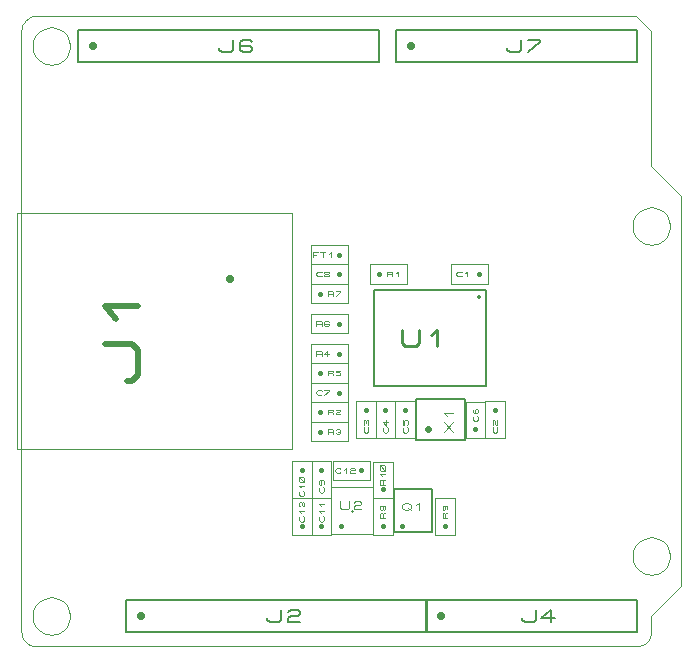
<source format=gbr>
G04 PROTEUS RS274X GERBER FILE*
%FSLAX45Y45*%
%MOMM*%
G01*
%ADD22C,0.025400*%
%ADD24C,0.127000*%
%ADD35C,0.640000*%
%ADD36C,0.177800*%
%ADD25C,0.100000*%
%ADD37C,0.471390*%
%ADD38C,0.315000*%
%ADD39C,0.223260*%
%ADD40C,0.420000*%
%ADD41C,0.067500*%
%ADD42C,0.560000*%
%ADD43C,0.116660*%
%ADD23C,0.400000*%
%ADD44C,0.113280*%
%ADD45C,0.396240*%
%ADD46C,0.103290*%
D22*
X+5492750Y+762000D02*
X+5492220Y+774958D01*
X+5487916Y+800876D01*
X+5478925Y+826794D01*
X+5464280Y+852712D01*
X+5441876Y+878466D01*
X+5415958Y+897958D01*
X+5390040Y+910530D01*
X+5364122Y+917866D01*
X+5338204Y+920694D01*
X+5334000Y+920750D01*
X+5175250Y+762000D02*
X+5175780Y+774958D01*
X+5180084Y+800876D01*
X+5189075Y+826794D01*
X+5203720Y+852712D01*
X+5226124Y+878466D01*
X+5252042Y+897958D01*
X+5277960Y+910530D01*
X+5303878Y+917866D01*
X+5329796Y+920694D01*
X+5334000Y+920750D01*
X+5175250Y+762000D02*
X+5175780Y+749042D01*
X+5180084Y+723124D01*
X+5189075Y+697206D01*
X+5203720Y+671288D01*
X+5226124Y+645534D01*
X+5252042Y+626042D01*
X+5277960Y+613470D01*
X+5303878Y+606134D01*
X+5329796Y+603306D01*
X+5334000Y+603250D01*
X+5492750Y+762000D02*
X+5492220Y+749042D01*
X+5487916Y+723124D01*
X+5478925Y+697206D01*
X+5464280Y+671288D01*
X+5441876Y+645534D01*
X+5415958Y+626042D01*
X+5390040Y+613470D01*
X+5364122Y+606134D01*
X+5338204Y+603306D01*
X+5334000Y+603250D01*
X+5492750Y+3556000D02*
X+5492220Y+3568958D01*
X+5487916Y+3594876D01*
X+5478925Y+3620794D01*
X+5464280Y+3646712D01*
X+5441876Y+3672466D01*
X+5415958Y+3691958D01*
X+5390040Y+3704530D01*
X+5364122Y+3711866D01*
X+5338204Y+3714694D01*
X+5334000Y+3714750D01*
X+5175250Y+3556000D02*
X+5175780Y+3568958D01*
X+5180084Y+3594876D01*
X+5189075Y+3620794D01*
X+5203720Y+3646712D01*
X+5226124Y+3672466D01*
X+5252042Y+3691958D01*
X+5277960Y+3704530D01*
X+5303878Y+3711866D01*
X+5329796Y+3714694D01*
X+5334000Y+3714750D01*
X+5175250Y+3556000D02*
X+5175780Y+3543042D01*
X+5180084Y+3517124D01*
X+5189075Y+3491206D01*
X+5203720Y+3465288D01*
X+5226124Y+3439534D01*
X+5252042Y+3420042D01*
X+5277960Y+3407470D01*
X+5303878Y+3400134D01*
X+5329796Y+3397306D01*
X+5334000Y+3397250D01*
X+5492750Y+3556000D02*
X+5492220Y+3543042D01*
X+5487916Y+3517124D01*
X+5478925Y+3491206D01*
X+5464280Y+3465288D01*
X+5441876Y+3439534D01*
X+5415958Y+3420042D01*
X+5390040Y+3407470D01*
X+5364122Y+3400134D01*
X+5338204Y+3397306D01*
X+5334000Y+3397250D01*
X+412750Y+5080000D02*
X+412220Y+5092958D01*
X+407916Y+5118876D01*
X+398925Y+5144794D01*
X+384280Y+5170712D01*
X+361876Y+5196466D01*
X+335958Y+5215958D01*
X+310040Y+5228530D01*
X+284122Y+5235866D01*
X+258204Y+5238694D01*
X+254000Y+5238750D01*
X+95250Y+5080000D02*
X+95780Y+5092958D01*
X+100084Y+5118876D01*
X+109075Y+5144794D01*
X+123720Y+5170712D01*
X+146124Y+5196466D01*
X+172042Y+5215958D01*
X+197960Y+5228530D01*
X+223878Y+5235866D01*
X+249796Y+5238694D01*
X+254000Y+5238750D01*
X+95250Y+5080000D02*
X+95780Y+5067042D01*
X+100084Y+5041124D01*
X+109075Y+5015206D01*
X+123720Y+4989288D01*
X+146124Y+4963534D01*
X+172042Y+4944042D01*
X+197960Y+4931470D01*
X+223878Y+4924134D01*
X+249796Y+4921306D01*
X+254000Y+4921250D01*
X+412750Y+5080000D02*
X+412220Y+5067042D01*
X+407916Y+5041124D01*
X+398925Y+5015206D01*
X+384280Y+4989288D01*
X+361876Y+4963534D01*
X+335958Y+4944042D01*
X+310040Y+4931470D01*
X+284122Y+4924134D01*
X+258204Y+4921306D01*
X+254000Y+4921250D01*
X+412750Y+254000D02*
X+412220Y+266958D01*
X+407916Y+292876D01*
X+398925Y+318794D01*
X+384280Y+344712D01*
X+361876Y+370466D01*
X+335958Y+389958D01*
X+310040Y+402530D01*
X+284122Y+409866D01*
X+258204Y+412694D01*
X+254000Y+412750D01*
X+95250Y+254000D02*
X+95780Y+266958D01*
X+100084Y+292876D01*
X+109075Y+318794D01*
X+123720Y+344712D01*
X+146124Y+370466D01*
X+172042Y+389958D01*
X+197960Y+402530D01*
X+223878Y+409866D01*
X+249796Y+412694D01*
X+254000Y+412750D01*
X+95250Y+254000D02*
X+95780Y+241042D01*
X+100084Y+215124D01*
X+109075Y+189206D01*
X+123720Y+163288D01*
X+146124Y+137534D01*
X+172042Y+118042D01*
X+197960Y+105470D01*
X+223878Y+98134D01*
X+249796Y+95306D01*
X+254000Y+95250D01*
X+412750Y+254000D02*
X+412220Y+241042D01*
X+407916Y+215124D01*
X+398925Y+189206D01*
X+384280Y+163288D01*
X+361876Y+137534D01*
X+335958Y+118042D01*
X+310040Y+105470D01*
X+284122Y+98134D01*
X+258204Y+95306D01*
X+254000Y+95250D01*
X+0Y+127000D02*
X+2527Y+101032D01*
X+9798Y+77018D01*
X+21348Y+55423D01*
X+36711Y+36711D01*
X+55423Y+21347D01*
X+77018Y+9798D01*
X+101032Y+2527D01*
X+127000Y+0D01*
X+5207000Y+0D01*
X+5232967Y+2527D01*
X+5256981Y+9798D01*
X+5278577Y+21347D01*
X+5297289Y+36711D01*
X+5312652Y+55423D01*
X+5324202Y+77018D01*
X+5331473Y+101032D01*
X+5334000Y+127000D01*
X+5334000Y+254000D01*
X+5588000Y+508000D01*
X+5588000Y+3810000D01*
X+5334000Y+4064000D01*
X+5334000Y+5207000D01*
X+5207000Y+5334000D01*
X+127000Y+5334000D01*
X+101032Y+5331473D01*
X+77018Y+5324202D01*
X+55423Y+5312652D01*
X+36711Y+5297289D01*
X+21348Y+5278577D01*
X+9798Y+5256981D01*
X+2527Y+5232967D01*
X+0Y+5207000D01*
X+0Y+127000D01*
D24*
X+882650Y+120650D02*
X+3435350Y+120650D01*
X+3435350Y+387350D01*
X+882650Y+387350D01*
X+882650Y+120650D01*
D35*
X+1016000Y+254000D02*
X+1016000Y+254000D01*
D36*
X+2081655Y+236220D02*
X+2081655Y+218440D01*
X+2101657Y+200660D01*
X+2181667Y+200660D01*
X+2201670Y+218440D01*
X+2201670Y+307340D01*
X+2261677Y+289560D02*
X+2281680Y+307340D01*
X+2341687Y+307340D01*
X+2361690Y+289560D01*
X+2361690Y+271780D01*
X+2341687Y+254000D01*
X+2281680Y+254000D01*
X+2261677Y+236220D01*
X+2261677Y+200660D01*
X+2361690Y+200660D01*
D24*
X+3422650Y+120650D02*
X+5213350Y+120650D01*
X+5213350Y+387350D01*
X+3422650Y+387350D01*
X+3422650Y+120650D01*
D35*
X+3556000Y+254000D02*
X+3556000Y+254000D01*
D36*
X+4240655Y+236220D02*
X+4240655Y+218440D01*
X+4260657Y+200660D01*
X+4340667Y+200660D01*
X+4360670Y+218440D01*
X+4360670Y+307340D01*
X+4520690Y+236220D02*
X+4400675Y+236220D01*
X+4480685Y+307340D01*
X+4480685Y+200660D01*
D24*
X+476250Y+4946650D02*
X+3028950Y+4946650D01*
X+3028950Y+5213350D01*
X+476250Y+5213350D01*
X+476250Y+4946650D01*
D35*
X+609600Y+5080000D02*
X+609600Y+5080000D01*
D36*
X+1675255Y+5062220D02*
X+1675255Y+5044440D01*
X+1695257Y+5026660D01*
X+1775267Y+5026660D01*
X+1795270Y+5044440D01*
X+1795270Y+5133340D01*
X+1955290Y+5115560D02*
X+1935287Y+5133340D01*
X+1875280Y+5133340D01*
X+1855277Y+5115560D01*
X+1855277Y+5044440D01*
X+1875280Y+5026660D01*
X+1935287Y+5026660D01*
X+1955290Y+5044440D01*
X+1955290Y+5062220D01*
X+1935287Y+5080000D01*
X+1855277Y+5080000D01*
D24*
X+3168650Y+4946650D02*
X+5213350Y+4946650D01*
X+5213350Y+5213350D01*
X+3168650Y+5213350D01*
X+3168650Y+4946650D01*
D35*
X+3302000Y+5080000D02*
X+3302000Y+5080000D01*
D36*
X+4113655Y+5062220D02*
X+4113655Y+5044440D01*
X+4133657Y+5026660D01*
X+4213667Y+5026660D01*
X+4233670Y+5044440D01*
X+4233670Y+5133340D01*
X+4293677Y+5133340D02*
X+4393690Y+5133340D01*
X+4393690Y+5115560D01*
X+4293677Y+5026660D01*
D25*
X-34700Y+1669500D02*
X+2295300Y+1669500D01*
X+2295300Y+3663500D01*
X-34700Y+3663500D01*
X-34700Y+1669500D01*
D35*
X+1765300Y+3111500D02*
X+1765300Y+3111500D01*
D37*
X+893939Y+2242247D02*
X+941079Y+2242247D01*
X+988218Y+2295278D01*
X+988218Y+2507405D01*
X+941079Y+2560436D01*
X+705382Y+2560436D01*
X+799661Y+2772563D02*
X+705382Y+2878626D01*
X+988218Y+2878626D01*
D24*
X+2983340Y+2204100D02*
X+3933660Y+2204100D01*
X+3933660Y+3014100D01*
X+2983340Y+3014100D01*
X+2983340Y+2204100D01*
D38*
X+3873500Y+2959100D02*
X+3873500Y+2959100D01*
D39*
X+3219609Y+2676079D02*
X+3219609Y+2564447D01*
X+3244726Y+2542121D01*
X+3345194Y+2542121D01*
X+3370311Y+2564447D01*
X+3370311Y+2676079D01*
X+3470779Y+2631426D02*
X+3521013Y+2676079D01*
X+3521013Y+2542121D01*
D22*
X+2452350Y+2393955D02*
X+2763500Y+2393955D01*
X+2763500Y+2559055D01*
X+2452350Y+2559055D01*
X+2452350Y+2393955D01*
D40*
X+2687300Y+2476500D02*
X+2687300Y+2476500D01*
D41*
X+2497935Y+2456253D02*
X+2497935Y+2496756D01*
X+2535906Y+2496756D01*
X+2543501Y+2490006D01*
X+2543501Y+2483255D01*
X+2535906Y+2476505D01*
X+2497935Y+2476505D01*
X+2535906Y+2476505D02*
X+2543501Y+2469754D01*
X+2543501Y+2456253D01*
X+2604256Y+2469754D02*
X+2558690Y+2469754D01*
X+2589067Y+2496756D01*
X+2589067Y+2456253D01*
D22*
X+2451100Y+2228845D02*
X+2762250Y+2228845D01*
X+2762250Y+2393945D01*
X+2451100Y+2393945D01*
X+2451100Y+2228845D01*
D40*
X+2527300Y+2311400D02*
X+2527300Y+2311400D01*
D41*
X+2595155Y+2291143D02*
X+2595155Y+2331646D01*
X+2633126Y+2331646D01*
X+2640721Y+2324896D01*
X+2640721Y+2318145D01*
X+2633126Y+2311395D01*
X+2595155Y+2311395D01*
X+2633126Y+2311395D02*
X+2640721Y+2304644D01*
X+2640721Y+2291143D01*
X+2701476Y+2331646D02*
X+2663504Y+2331646D01*
X+2663504Y+2318145D01*
X+2693881Y+2318145D01*
X+2701476Y+2311395D01*
X+2701476Y+2297893D01*
X+2693881Y+2291143D01*
X+2671098Y+2291143D01*
X+2663504Y+2297893D01*
D22*
X+2452350Y+2647955D02*
X+2763500Y+2647955D01*
X+2763500Y+2813055D01*
X+2452350Y+2813055D01*
X+2452350Y+2647955D01*
D40*
X+2687300Y+2730500D02*
X+2687300Y+2730500D01*
D41*
X+2497935Y+2710253D02*
X+2497935Y+2750756D01*
X+2535906Y+2750756D01*
X+2543501Y+2744006D01*
X+2543501Y+2737255D01*
X+2535906Y+2730505D01*
X+2497935Y+2730505D01*
X+2535906Y+2730505D02*
X+2543501Y+2723754D01*
X+2543501Y+2710253D01*
X+2604256Y+2744006D02*
X+2596661Y+2750756D01*
X+2573878Y+2750756D01*
X+2566284Y+2744006D01*
X+2566284Y+2717003D01*
X+2573878Y+2710253D01*
X+2596661Y+2710253D01*
X+2604256Y+2717003D01*
X+2604256Y+2723754D01*
X+2596661Y+2730505D01*
X+2566284Y+2730505D01*
D22*
X+2451100Y+2901945D02*
X+2762250Y+2901945D01*
X+2762250Y+3067045D01*
X+2451100Y+3067045D01*
X+2451100Y+2901945D01*
D40*
X+2527300Y+2984500D02*
X+2527300Y+2984500D01*
D41*
X+2595155Y+2964243D02*
X+2595155Y+3004746D01*
X+2633126Y+3004746D01*
X+2640721Y+2997996D01*
X+2640721Y+2991245D01*
X+2633126Y+2984495D01*
X+2595155Y+2984495D01*
X+2633126Y+2984495D02*
X+2640721Y+2977744D01*
X+2640721Y+2964243D01*
X+2663504Y+3004746D02*
X+2701476Y+3004746D01*
X+2701476Y+2997996D01*
X+2663504Y+2964243D01*
D22*
X+2452350Y+2063755D02*
X+2763500Y+2063755D01*
X+2763500Y+2228855D01*
X+2452350Y+2228855D01*
X+2452350Y+2063755D01*
D40*
X+2687300Y+2146300D02*
X+2687300Y+2146300D01*
D41*
X+2543501Y+2132803D02*
X+2535906Y+2126053D01*
X+2513123Y+2126053D01*
X+2497935Y+2139554D01*
X+2497935Y+2153055D01*
X+2513123Y+2166556D01*
X+2535906Y+2166556D01*
X+2543501Y+2159806D01*
X+2566284Y+2166556D02*
X+2604256Y+2166556D01*
X+2604256Y+2159806D01*
X+2566284Y+2126053D01*
D22*
X+2452350Y+3067055D02*
X+2763500Y+3067055D01*
X+2763500Y+3232155D01*
X+2452350Y+3232155D01*
X+2452350Y+3067055D01*
D40*
X+2687300Y+3149600D02*
X+2687300Y+3149600D01*
D41*
X+2543501Y+3136103D02*
X+2535906Y+3129353D01*
X+2513123Y+3129353D01*
X+2497935Y+3142854D01*
X+2497935Y+3156355D01*
X+2513123Y+3169856D01*
X+2535906Y+3169856D01*
X+2543501Y+3163106D01*
X+2573878Y+3149605D02*
X+2566284Y+3156355D01*
X+2566284Y+3163106D01*
X+2573878Y+3169856D01*
X+2596661Y+3169856D01*
X+2604256Y+3163106D01*
X+2604256Y+3156355D01*
X+2596661Y+3149605D01*
X+2573878Y+3149605D01*
X+2566284Y+3142854D01*
X+2566284Y+3136103D01*
X+2573878Y+3129353D01*
X+2596661Y+3129353D01*
X+2604256Y+3136103D01*
X+2604256Y+3142854D01*
X+2596661Y+3149605D01*
D22*
X+2452350Y+3232155D02*
X+2763500Y+3232155D01*
X+2763500Y+3397255D01*
X+2452350Y+3397255D01*
X+2452350Y+3232155D01*
D40*
X+2687300Y+3314700D02*
X+2687300Y+3314700D01*
D41*
X+2467558Y+3294453D02*
X+2467558Y+3334956D01*
X+2513124Y+3334956D01*
X+2467558Y+3314705D02*
X+2497935Y+3314705D01*
X+2528313Y+3334956D02*
X+2573879Y+3334956D01*
X+2551096Y+3334956D02*
X+2551096Y+3294453D01*
X+2604256Y+3321455D02*
X+2619445Y+3334956D01*
X+2619445Y+3294453D01*
D24*
X+3340550Y+1745100D02*
X+3760550Y+1745100D01*
X+3760550Y+2095100D01*
X+3340550Y+2095100D01*
X+3340550Y+1745100D01*
D42*
X+3440550Y+1835100D02*
X+3440550Y+1835100D01*
D43*
X+3582726Y+1815101D02*
X+3652725Y+1893850D01*
X+3652725Y+1815101D02*
X+3582726Y+1893850D01*
X+3606059Y+1946349D02*
X+3582726Y+1972599D01*
X+3652725Y+1972599D01*
D22*
X+3638550Y+3067055D02*
X+3949700Y+3067055D01*
X+3949700Y+3232155D01*
X+3638550Y+3232155D01*
X+3638550Y+3067055D01*
D40*
X+3873500Y+3149600D02*
X+3873500Y+3149600D01*
D41*
X+3729701Y+3136103D02*
X+3722106Y+3129353D01*
X+3699323Y+3129353D01*
X+3684135Y+3142854D01*
X+3684135Y+3156355D01*
X+3699323Y+3169856D01*
X+3722106Y+3169856D01*
X+3729701Y+3163106D01*
X+3760078Y+3156355D02*
X+3775267Y+3169856D01*
X+3775267Y+3129353D01*
D22*
X+2952300Y+3067045D02*
X+3263450Y+3067045D01*
X+3263450Y+3232145D01*
X+2952300Y+3232145D01*
X+2952300Y+3067045D01*
D40*
X+3028500Y+3149600D02*
X+3028500Y+3149600D01*
D41*
X+3096355Y+3129343D02*
X+3096355Y+3169846D01*
X+3134326Y+3169846D01*
X+3141921Y+3163096D01*
X+3141921Y+3156345D01*
X+3134326Y+3149595D01*
X+3096355Y+3149595D01*
X+3134326Y+3149595D02*
X+3141921Y+3142844D01*
X+3141921Y+3129343D01*
X+3172298Y+3156345D02*
X+3187487Y+3169846D01*
X+3187487Y+3129343D01*
D22*
X+2451100Y+1898645D02*
X+2762250Y+1898645D01*
X+2762250Y+2063745D01*
X+2451100Y+2063745D01*
X+2451100Y+1898645D01*
D40*
X+2527300Y+1981200D02*
X+2527300Y+1981200D01*
D41*
X+2595155Y+1960943D02*
X+2595155Y+2001446D01*
X+2633126Y+2001446D01*
X+2640721Y+1994696D01*
X+2640721Y+1987945D01*
X+2633126Y+1981195D01*
X+2595155Y+1981195D01*
X+2633126Y+1981195D02*
X+2640721Y+1974444D01*
X+2640721Y+1960943D01*
X+2663504Y+1994696D02*
X+2671098Y+2001446D01*
X+2693881Y+2001446D01*
X+2701476Y+1994696D01*
X+2701476Y+1987945D01*
X+2693881Y+1981195D01*
X+2671098Y+1981195D01*
X+2663504Y+1974444D01*
X+2663504Y+1960943D01*
X+2701476Y+1960943D01*
D22*
X+2451100Y+1733545D02*
X+2762250Y+1733545D01*
X+2762250Y+1898645D01*
X+2451100Y+1898645D01*
X+2451100Y+1733545D01*
D40*
X+2527300Y+1816100D02*
X+2527300Y+1816100D01*
D41*
X+2595155Y+1795843D02*
X+2595155Y+1836346D01*
X+2633126Y+1836346D01*
X+2640721Y+1829596D01*
X+2640721Y+1822845D01*
X+2633126Y+1816095D01*
X+2595155Y+1816095D01*
X+2633126Y+1816095D02*
X+2640721Y+1809344D01*
X+2640721Y+1795843D01*
X+2663504Y+1829596D02*
X+2671098Y+1836346D01*
X+2693881Y+1836346D01*
X+2701476Y+1829596D01*
X+2701476Y+1822845D01*
X+2693881Y+1816095D01*
X+2701476Y+1809344D01*
X+2701476Y+1802593D01*
X+2693881Y+1795843D01*
X+2671098Y+1795843D01*
X+2663504Y+1802593D01*
X+2678693Y+1816095D02*
X+2693881Y+1816095D01*
D22*
X+3167495Y+1760150D02*
X+3332595Y+1760150D01*
X+3332595Y+2071300D01*
X+3167495Y+2071300D01*
X+3167495Y+1760150D01*
D40*
X+3250050Y+1995100D02*
X+3250050Y+1995100D01*
D41*
X+3263547Y+1851301D02*
X+3270297Y+1843706D01*
X+3270297Y+1820923D01*
X+3256796Y+1805735D01*
X+3243295Y+1805735D01*
X+3229794Y+1820923D01*
X+3229794Y+1843706D01*
X+3236544Y+1851301D01*
X+3229794Y+1912056D02*
X+3229794Y+1874084D01*
X+3243295Y+1874084D01*
X+3243295Y+1904461D01*
X+3250045Y+1912056D01*
X+3263547Y+1912056D01*
X+3270297Y+1904461D01*
X+3270297Y+1881678D01*
X+3263547Y+1874084D01*
D22*
X+3762155Y+1758900D02*
X+3927255Y+1758900D01*
X+3927255Y+2070050D01*
X+3762155Y+2070050D01*
X+3762155Y+1758900D01*
D40*
X+3844700Y+1835100D02*
X+3844700Y+1835100D01*
D41*
X+3858207Y+1948521D02*
X+3864957Y+1940926D01*
X+3864957Y+1918143D01*
X+3851456Y+1902955D01*
X+3837955Y+1902955D01*
X+3824454Y+1918143D01*
X+3824454Y+1940926D01*
X+3831204Y+1948521D01*
X+3831204Y+2009276D02*
X+3824454Y+2001681D01*
X+3824454Y+1978898D01*
X+3831204Y+1971304D01*
X+3858207Y+1971304D01*
X+3864957Y+1978898D01*
X+3864957Y+2001681D01*
X+3858207Y+2009276D01*
X+3851456Y+2009276D01*
X+3844705Y+2001681D01*
X+3844705Y+1971304D01*
D22*
X+3927245Y+1760150D02*
X+4092345Y+1760150D01*
X+4092345Y+2071300D01*
X+3927245Y+2071300D01*
X+3927245Y+1760150D01*
D40*
X+4009800Y+1995100D02*
X+4009800Y+1995100D01*
D41*
X+4023297Y+1851301D02*
X+4030047Y+1843706D01*
X+4030047Y+1820923D01*
X+4016546Y+1805735D01*
X+4003045Y+1805735D01*
X+3989544Y+1820923D01*
X+3989544Y+1843706D01*
X+3996294Y+1851301D01*
X+3996294Y+1874084D02*
X+3989544Y+1881678D01*
X+3989544Y+1904461D01*
X+3996294Y+1912056D01*
X+4003045Y+1912056D01*
X+4009795Y+1904461D01*
X+4009795Y+1881678D01*
X+4016546Y+1874084D01*
X+4030047Y+1874084D01*
X+4030047Y+1912056D01*
D22*
X+2835045Y+1760150D02*
X+3000145Y+1760150D01*
X+3000145Y+2071300D01*
X+2835045Y+2071300D01*
X+2835045Y+1760150D01*
D40*
X+2917600Y+1995100D02*
X+2917600Y+1995100D01*
D41*
X+2931097Y+1851301D02*
X+2937847Y+1843706D01*
X+2937847Y+1820923D01*
X+2924346Y+1805735D01*
X+2910845Y+1805735D01*
X+2897344Y+1820923D01*
X+2897344Y+1843706D01*
X+2904094Y+1851301D01*
X+2904094Y+1874084D02*
X+2897344Y+1881678D01*
X+2897344Y+1904461D01*
X+2904094Y+1912056D01*
X+2910845Y+1912056D01*
X+2917595Y+1904461D01*
X+2924346Y+1912056D01*
X+2931097Y+1912056D01*
X+2937847Y+1904461D01*
X+2937847Y+1881678D01*
X+2931097Y+1874084D01*
X+2917595Y+1889273D02*
X+2917595Y+1904461D01*
D22*
X+3000145Y+1760150D02*
X+3165245Y+1760150D01*
X+3165245Y+2071300D01*
X+3000145Y+2071300D01*
X+3000145Y+1760150D01*
D40*
X+3082700Y+1995100D02*
X+3082700Y+1995100D01*
D41*
X+3096197Y+1851301D02*
X+3102947Y+1843706D01*
X+3102947Y+1820923D01*
X+3089446Y+1805735D01*
X+3075945Y+1805735D01*
X+3062444Y+1820923D01*
X+3062444Y+1843706D01*
X+3069194Y+1851301D01*
X+3089446Y+1912056D02*
X+3089446Y+1866490D01*
X+3062444Y+1896867D01*
X+3102947Y+1896867D01*
D22*
X+2790100Y+1146000D02*
X+2810100Y+1146000D01*
X+2800100Y+1156000D02*
X+2800100Y+1136000D01*
X+2625100Y+946000D02*
X+2975100Y+946000D01*
X+2975100Y+1346000D01*
X+2625100Y+1346000D01*
X+2625100Y+946000D01*
D23*
X+2705100Y+1016000D02*
X+2705100Y+1016000D01*
D44*
X+2698148Y+1225619D02*
X+2698148Y+1168979D01*
X+2710892Y+1157651D01*
X+2761868Y+1157651D01*
X+2774612Y+1168979D01*
X+2774612Y+1225619D01*
X+2812844Y+1214291D02*
X+2825588Y+1225619D01*
X+2863820Y+1225619D01*
X+2876564Y+1214291D01*
X+2876564Y+1202963D01*
X+2863820Y+1191635D01*
X+2825588Y+1191635D01*
X+2812844Y+1180307D01*
X+2812844Y+1157651D01*
X+2876564Y+1157651D01*
D24*
X+3158490Y+966470D02*
X+3481070Y+966470D01*
X+3481070Y+1327150D01*
X+3158490Y+1327150D01*
X+3158490Y+966470D01*
D45*
X+3225800Y+1016000D02*
X+3225800Y+1016000D01*
D46*
X+3226817Y+1191810D02*
X+3250057Y+1212469D01*
X+3273298Y+1212469D01*
X+3296539Y+1191810D01*
X+3296539Y+1171152D01*
X+3273298Y+1150493D01*
X+3250057Y+1150493D01*
X+3226817Y+1171152D01*
X+3226817Y+1191810D01*
X+3273298Y+1171152D02*
X+3296539Y+1150493D01*
X+3343020Y+1191810D02*
X+3366261Y+1212469D01*
X+3366261Y+1150493D01*
D22*
X+2457455Y+939800D02*
X+2622555Y+939800D01*
X+2622555Y+1250950D01*
X+2457455Y+1250950D01*
X+2457455Y+939800D01*
D40*
X+2540000Y+1016000D02*
X+2540000Y+1016000D01*
D41*
X+2553507Y+1099044D02*
X+2560257Y+1091449D01*
X+2560257Y+1068666D01*
X+2546756Y+1053478D01*
X+2533255Y+1053478D01*
X+2519754Y+1068666D01*
X+2519754Y+1091449D01*
X+2526504Y+1099044D01*
X+2533255Y+1129421D02*
X+2519754Y+1144610D01*
X+2560257Y+1144610D01*
X+2533255Y+1190176D02*
X+2519754Y+1205365D01*
X+2560257Y+1205365D01*
D22*
X+3505205Y+939800D02*
X+3670305Y+939800D01*
X+3670305Y+1250950D01*
X+3505205Y+1250950D01*
X+3505205Y+939800D01*
D40*
X+3587750Y+1016000D02*
X+3587750Y+1016000D01*
D41*
X+3608007Y+1083855D02*
X+3567504Y+1083855D01*
X+3567504Y+1121826D01*
X+3574254Y+1129421D01*
X+3581005Y+1129421D01*
X+3587755Y+1121826D01*
X+3587755Y+1083855D01*
X+3587755Y+1121826D02*
X+3594506Y+1129421D01*
X+3608007Y+1129421D01*
X+3581005Y+1190176D02*
X+3587755Y+1182581D01*
X+3587755Y+1159798D01*
X+3581005Y+1152204D01*
X+3574254Y+1152204D01*
X+3567504Y+1159798D01*
X+3567504Y+1182581D01*
X+3574254Y+1190176D01*
X+3601257Y+1190176D01*
X+3608007Y+1182581D01*
X+3608007Y+1159798D01*
D22*
X+2978155Y+1250950D02*
X+3143255Y+1250950D01*
X+3143255Y+1562100D01*
X+2978155Y+1562100D01*
X+2978155Y+1250950D01*
D40*
X+3060700Y+1327150D02*
X+3060700Y+1327150D01*
D41*
X+3080957Y+1364628D02*
X+3040454Y+1364628D01*
X+3040454Y+1402599D01*
X+3047204Y+1410194D01*
X+3053955Y+1410194D01*
X+3060705Y+1402599D01*
X+3060705Y+1364628D01*
X+3060705Y+1402599D02*
X+3067456Y+1410194D01*
X+3080957Y+1410194D01*
X+3053955Y+1440571D02*
X+3040454Y+1455760D01*
X+3080957Y+1455760D01*
X+3074207Y+1486138D02*
X+3047204Y+1486138D01*
X+3040454Y+1493732D01*
X+3040454Y+1524109D01*
X+3047204Y+1531704D01*
X+3074207Y+1531704D01*
X+3080957Y+1524109D01*
X+3080957Y+1493732D01*
X+3074207Y+1486138D01*
X+3080957Y+1486138D02*
X+3040454Y+1531704D01*
D22*
X+2978155Y+939800D02*
X+3143255Y+939800D01*
X+3143255Y+1250950D01*
X+2978155Y+1250950D01*
X+2978155Y+939800D01*
D40*
X+3060700Y+1016000D02*
X+3060700Y+1016000D01*
D41*
X+3080957Y+1083855D02*
X+3040454Y+1083855D01*
X+3040454Y+1121826D01*
X+3047204Y+1129421D01*
X+3053955Y+1129421D01*
X+3060705Y+1121826D01*
X+3060705Y+1083855D01*
X+3060705Y+1121826D02*
X+3067456Y+1129421D01*
X+3080957Y+1129421D01*
X+3060705Y+1159798D02*
X+3053955Y+1152204D01*
X+3047204Y+1152204D01*
X+3040454Y+1159798D01*
X+3040454Y+1182581D01*
X+3047204Y+1190176D01*
X+3053955Y+1190176D01*
X+3060705Y+1182581D01*
X+3060705Y+1159798D01*
X+3067456Y+1152204D01*
X+3074207Y+1152204D01*
X+3080957Y+1159798D01*
X+3080957Y+1182581D01*
X+3074207Y+1190176D01*
X+3067456Y+1190176D01*
X+3060705Y+1182581D01*
D22*
X+2457445Y+1252200D02*
X+2622545Y+1252200D01*
X+2622545Y+1563350D01*
X+2457445Y+1563350D01*
X+2457445Y+1252200D01*
D40*
X+2540000Y+1487150D02*
X+2540000Y+1487150D01*
D41*
X+2553497Y+1343351D02*
X+2560247Y+1335756D01*
X+2560247Y+1312973D01*
X+2546746Y+1297785D01*
X+2533245Y+1297785D01*
X+2519744Y+1312973D01*
X+2519744Y+1335756D01*
X+2526494Y+1343351D01*
X+2533245Y+1404106D02*
X+2539995Y+1396511D01*
X+2539995Y+1373728D01*
X+2533245Y+1366134D01*
X+2526494Y+1366134D01*
X+2519744Y+1373728D01*
X+2519744Y+1396511D01*
X+2526494Y+1404106D01*
X+2553497Y+1404106D01*
X+2560247Y+1396511D01*
X+2560247Y+1373728D01*
D22*
X+2292345Y+1252200D02*
X+2457445Y+1252200D01*
X+2457445Y+1563350D01*
X+2292345Y+1563350D01*
X+2292345Y+1252200D01*
D40*
X+2374900Y+1487150D02*
X+2374900Y+1487150D01*
D41*
X+2388397Y+1312974D02*
X+2395147Y+1305379D01*
X+2395147Y+1282596D01*
X+2381646Y+1267408D01*
X+2368145Y+1267408D01*
X+2354644Y+1282596D01*
X+2354644Y+1305379D01*
X+2361394Y+1312974D01*
X+2368145Y+1343351D02*
X+2354644Y+1358540D01*
X+2395147Y+1358540D01*
X+2388397Y+1388918D02*
X+2361394Y+1388918D01*
X+2354644Y+1396512D01*
X+2354644Y+1426889D01*
X+2361394Y+1434484D01*
X+2388397Y+1434484D01*
X+2395147Y+1426889D01*
X+2395147Y+1396512D01*
X+2388397Y+1388918D01*
X+2395147Y+1388918D02*
X+2354644Y+1434484D01*
D22*
X+2641600Y+1404605D02*
X+2952750Y+1404605D01*
X+2952750Y+1569705D01*
X+2641600Y+1569705D01*
X+2641600Y+1404605D01*
D40*
X+2876550Y+1487150D02*
X+2876550Y+1487150D01*
D41*
X+2702374Y+1473653D02*
X+2694779Y+1466903D01*
X+2671996Y+1466903D01*
X+2656808Y+1480404D01*
X+2656808Y+1493905D01*
X+2671996Y+1507406D01*
X+2694779Y+1507406D01*
X+2702374Y+1500656D01*
X+2732751Y+1493905D02*
X+2747940Y+1507406D01*
X+2747940Y+1466903D01*
X+2785912Y+1500656D02*
X+2793506Y+1507406D01*
X+2816289Y+1507406D01*
X+2823884Y+1500656D01*
X+2823884Y+1493905D01*
X+2816289Y+1487155D01*
X+2793506Y+1487155D01*
X+2785912Y+1480404D01*
X+2785912Y+1466903D01*
X+2823884Y+1466903D01*
D22*
X+2292355Y+939800D02*
X+2457455Y+939800D01*
X+2457455Y+1250950D01*
X+2292355Y+1250950D01*
X+2292355Y+939800D01*
D40*
X+2374900Y+1016000D02*
X+2374900Y+1016000D01*
D41*
X+2388407Y+1099044D02*
X+2395157Y+1091449D01*
X+2395157Y+1068666D01*
X+2381656Y+1053478D01*
X+2368155Y+1053478D01*
X+2354654Y+1068666D01*
X+2354654Y+1091449D01*
X+2361404Y+1099044D01*
X+2368155Y+1129421D02*
X+2354654Y+1144610D01*
X+2395157Y+1144610D01*
X+2361404Y+1182582D02*
X+2354654Y+1190176D01*
X+2354654Y+1212959D01*
X+2361404Y+1220554D01*
X+2368155Y+1220554D01*
X+2374905Y+1212959D01*
X+2381656Y+1220554D01*
X+2388407Y+1220554D01*
X+2395157Y+1212959D01*
X+2395157Y+1190176D01*
X+2388407Y+1182582D01*
X+2374905Y+1197771D02*
X+2374905Y+1212959D01*
M02*

</source>
